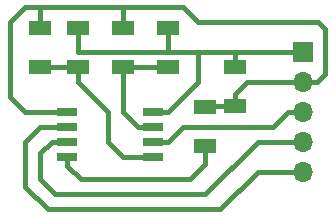
<source format=gbr>
G04 #@! TF.GenerationSoftware,KiCad,Pcbnew,(5.1.5-0-10_14)*
G04 #@! TF.CreationDate,2020-11-28T17:04:03+09:00*
G04 #@! TF.ProjectId,WEEK14_Networking_Analog_Temperature_Senser_Board_0328,5745454b-3134-45f4-9e65-74776f726b69,rev?*
G04 #@! TF.SameCoordinates,Original*
G04 #@! TF.FileFunction,Copper,L1,Top*
G04 #@! TF.FilePolarity,Positive*
%FSLAX46Y46*%
G04 Gerber Fmt 4.6, Leading zero omitted, Abs format (unit mm)*
G04 Created by KiCad (PCBNEW (5.1.5-0-10_14)) date 2020-11-28 17:04:03*
%MOMM*%
%LPD*%
G04 APERTURE LIST*
%ADD10O,1.700000X1.700000*%
%ADD11R,1.700000X1.700000*%
%ADD12R,1.700000X0.650000*%
%ADD13R,1.905000X1.270000*%
%ADD14C,0.400000*%
G04 APERTURE END LIST*
D10*
X229870000Y-38735000D03*
X229870000Y-36195000D03*
X229870000Y-33655000D03*
X229870000Y-31115000D03*
D11*
X229870000Y-28575000D03*
D12*
X217170000Y-33655000D03*
X217170000Y-34925000D03*
X217170000Y-36195000D03*
X217170000Y-37465000D03*
X209870000Y-37465000D03*
X209870000Y-36195000D03*
X209870000Y-34925000D03*
X209870000Y-33655000D03*
D13*
X224155000Y-29845000D03*
X224155000Y-33147000D03*
X207645000Y-26543000D03*
X207645000Y-29845000D03*
X210820000Y-29845000D03*
X210820000Y-26543000D03*
X214630000Y-26543000D03*
X214630000Y-29845000D03*
X218440000Y-29845000D03*
X218440000Y-26543000D03*
X221615000Y-33274000D03*
X221615000Y-36576000D03*
D14*
X224155000Y-32112000D02*
X224155000Y-33147000D01*
X225152000Y-31115000D02*
X224155000Y-32112000D01*
X229870000Y-31115000D02*
X225152000Y-31115000D01*
X221742000Y-33147000D02*
X221615000Y-33274000D01*
X224155000Y-33147000D02*
X221742000Y-33147000D01*
X214630000Y-25508000D02*
X214630000Y-26543000D01*
X207645000Y-26543000D02*
X207645000Y-25508000D01*
X206375000Y-33655000D02*
X209870000Y-33655000D01*
X205105000Y-26035000D02*
X205105000Y-32385000D01*
X206375000Y-24765000D02*
X205105000Y-26035000D01*
X220980000Y-26035000D02*
X219710000Y-24765000D01*
X229870000Y-31115000D02*
X231072081Y-31115000D01*
X231140000Y-26035000D02*
X220980000Y-26035000D01*
X231775000Y-26670000D02*
X231140000Y-26035000D01*
X231775000Y-30412081D02*
X231775000Y-26670000D01*
X205105000Y-32385000D02*
X206375000Y-33655000D01*
X231072081Y-31115000D02*
X231775000Y-30412081D01*
X207645000Y-25508000D02*
X207645000Y-24765000D01*
X207645000Y-24765000D02*
X206375000Y-24765000D01*
X214630000Y-25508000D02*
X214630000Y-24765000D01*
X214630000Y-24765000D02*
X207645000Y-24765000D01*
X219710000Y-24765000D02*
X214630000Y-24765000D01*
X218440000Y-26543000D02*
X218440000Y-26670000D01*
X210820000Y-26543000D02*
X210820000Y-28575000D01*
X218440000Y-27578000D02*
X218440000Y-28575000D01*
X218440000Y-26543000D02*
X218440000Y-27578000D01*
X224790000Y-28575000D02*
X229870000Y-28575000D01*
X224155000Y-29845000D02*
X224155000Y-28575000D01*
X224790000Y-28575000D02*
X224155000Y-28575000D01*
X224155000Y-28575000D02*
X220980000Y-28575000D01*
X220980000Y-28575000D02*
X210820000Y-28575000D01*
X220980000Y-31095000D02*
X220980000Y-28575000D01*
X218420000Y-33655000D02*
X220980000Y-31095000D01*
X217170000Y-33655000D02*
X218420000Y-33655000D01*
X210820000Y-29845000D02*
X208280000Y-29845000D01*
X214630000Y-37465000D02*
X217170000Y-37465000D01*
X213360000Y-36195000D02*
X214630000Y-37465000D01*
X213360000Y-33655000D02*
X213360000Y-36195000D01*
X210820000Y-31115000D02*
X213360000Y-33655000D01*
X210820000Y-29845000D02*
X210820000Y-31115000D01*
X214630000Y-29845000D02*
X218440000Y-29845000D01*
X215920000Y-34925000D02*
X217170000Y-34925000D01*
X214630000Y-33635000D02*
X215920000Y-34925000D01*
X214630000Y-29845000D02*
X214630000Y-33635000D01*
X220345000Y-39370000D02*
X221615000Y-38100000D01*
X221615000Y-38100000D02*
X221615000Y-36576000D01*
X211050000Y-39370000D02*
X220345000Y-39370000D01*
X209870000Y-38190000D02*
X211050000Y-39370000D01*
X209870000Y-37465000D02*
X209870000Y-38190000D01*
X222885000Y-41910000D02*
X226060000Y-38735000D01*
X208280000Y-41910000D02*
X222885000Y-41910000D01*
X226060000Y-38735000D02*
X229870000Y-38735000D01*
X206375000Y-40005000D02*
X208280000Y-41910000D01*
X206375000Y-36195000D02*
X206375000Y-40005000D01*
X207645000Y-34925000D02*
X206375000Y-36195000D01*
X209870000Y-34925000D02*
X207645000Y-34925000D01*
X221615000Y-40640000D02*
X226060000Y-36195000D01*
X207645000Y-39370000D02*
X208915000Y-40640000D01*
X207645000Y-37170000D02*
X207645000Y-39370000D01*
X226060000Y-36195000D02*
X229870000Y-36195000D01*
X208620000Y-36195000D02*
X207645000Y-37170000D01*
X208915000Y-40640000D02*
X221615000Y-40640000D01*
X209870000Y-36195000D02*
X208620000Y-36195000D01*
X228600000Y-33655000D02*
X229870000Y-33655000D01*
X219710000Y-34925000D02*
X227330000Y-34925000D01*
X218440000Y-36195000D02*
X219710000Y-34925000D01*
X227330000Y-34925000D02*
X228600000Y-33655000D01*
X217170000Y-36195000D02*
X218440000Y-36195000D01*
M02*

</source>
